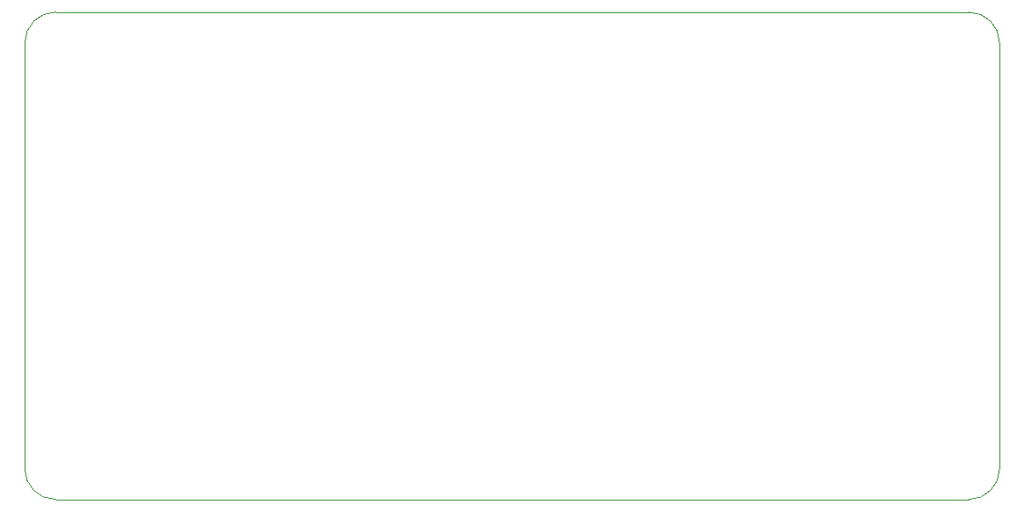
<source format=gbr>
%TF.GenerationSoftware,KiCad,Pcbnew,5.1.8*%
%TF.CreationDate,2021-03-07T13:34:19-06:00*%
%TF.ProjectId,small-paintbrush-hotswap-bottom,736d616c-6c2d-4706-9169-6e7462727573,rev?*%
%TF.SameCoordinates,Original*%
%TF.FileFunction,Profile,NP*%
%FSLAX46Y46*%
G04 Gerber Fmt 4.6, Leading zero omitted, Abs format (unit mm)*
G04 Created by KiCad (PCBNEW 5.1.8) date 2021-03-07 13:34:19*
%MOMM*%
%LPD*%
G01*
G04 APERTURE LIST*
%TA.AperFunction,Profile*%
%ADD10C,0.050000*%
%TD*%
G04 APERTURE END LIST*
D10*
X78901741Y-65599424D02*
G75*
G02*
X75901739Y-62599426I-2J3000000D01*
G01*
X166901737Y-65599424D02*
X78901736Y-65599424D01*
X166901736Y-18599422D02*
G75*
G02*
X169901739Y-21599423I1J-3000002D01*
G01*
X78901738Y-18599424D02*
X166901737Y-18599423D01*
X75901736Y-21599422D02*
G75*
G02*
X78901738Y-18599424I3000000J-2D01*
G01*
X169901737Y-62599428D02*
G75*
G02*
X166901737Y-65599424I-2999998J2D01*
G01*
X75901739Y-62599426D02*
X75901738Y-21599424D01*
X169901739Y-21599423D02*
X169901739Y-62599424D01*
M02*

</source>
